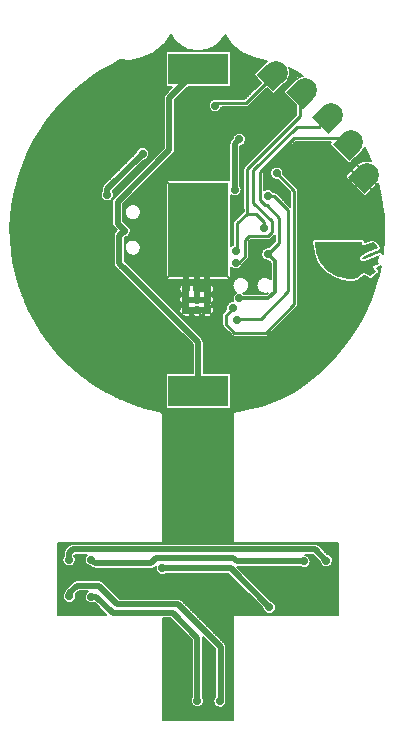
<source format=gbl>
G04 DipTrace 2.4.0.2*
%INfemale.gbl*%
%MOMM*%
%ADD13C,0.508*%
%ADD15C,0.254*%
%ADD16C,0.305*%
%ADD18C,0.152*%
%ADD25C,0.711*%
%ADD37R,5.08X2.6*%
%ADD38R,5.08X8.0*%
%ADD43C,2.0*%
%ADD45C,0.711*%
%FSLAX53Y53*%
G04*
G71*
G90*
G75*
G01*
%LNBottom*%
%LPD*%
X18931Y55163D2*
D13*
Y55660D1*
X21927Y58655D1*
X29743Y55604D2*
Y59480D1*
X30114Y59851D1*
X23597Y23537D2*
X29377D1*
X32669Y20245D1*
X32740Y65073D2*
X33182Y65515D1*
X32740Y65073D2*
D15*
Y64958D1*
X30678Y62896D1*
X28254D1*
X28073Y62715D1*
X24455Y52832D2*
D13*
X24822Y53198D1*
Y52164D1*
X26618D1*
X26498Y46288D2*
Y52044D1*
X26618Y52164D1*
X26498Y46288D2*
Y47188D1*
X27398D1*
Y46288D1*
Y45388D1*
X26498D1*
X25598D1*
Y46288D1*
Y47188D1*
X24443Y55059D2*
Y54339D1*
X26618Y52164D1*
X26053Y49298D2*
Y51599D1*
X26618Y52164D1*
X26498Y47188D2*
Y48853D1*
X26053Y49298D1*
X26498Y46288D2*
X27398D1*
Y51384D1*
X26618Y52164D1*
X25598Y46288D2*
Y51144D1*
X26618Y52164D1*
X25598Y46288D2*
X26498D1*
X24692Y35467D2*
Y35788D1*
X23035Y37444D1*
Y42092D1*
X22287Y42840D1*
X27049Y22654D2*
X23115D1*
X21830Y21369D1*
X27934Y55709D2*
Y53479D1*
X26618Y52164D1*
X40461Y56406D2*
D15*
X35894D1*
X35417Y55928D1*
X40461Y56406D2*
D13*
X40903Y56848D1*
X32226Y52309D2*
D15*
Y52865D1*
X31524Y53566D1*
X30724D1*
X29899Y52741D1*
Y50527D1*
X29805Y50433D1*
X35238Y63570D2*
Y61799D1*
X30802Y57363D1*
Y53645D1*
X30724Y53566D1*
X35238Y63570D2*
D13*
X35680Y64012D1*
X30111Y46382D2*
D16*
X32584D1*
X33126Y46923D1*
Y49551D1*
X32529Y50148D1*
X39160Y59195D2*
D15*
Y59998D1*
X34768D1*
X31890Y57120D1*
Y54709D1*
X32325Y54274D1*
X32425D1*
X33495Y53204D1*
Y51114D1*
X32529Y50148D1*
X39160Y59195D2*
D13*
X39602Y59637D1*
X29822Y49426D2*
D15*
X30064D1*
X30629Y49991D1*
Y51362D1*
X30911Y51644D1*
X32539D1*
X32884Y51989D1*
Y52909D1*
X31303Y54489D1*
Y57220D1*
X35003Y60920D1*
X36835D1*
X37400Y61485D1*
D13*
X37842Y61927D1*
X26618Y38524D2*
Y42720D1*
X20253Y49086D1*
X20201D1*
X19940Y49347D1*
Y51713D1*
X20348Y52121D1*
Y52189D1*
X19809Y52728D1*
Y54581D1*
X24195Y58968D1*
Y63381D1*
X26618Y65804D1*
X35584Y24121D2*
X29876D1*
X29618Y24380D1*
X23075D1*
X22673Y23979D1*
X17882D1*
X17593Y24267D1*
X15732Y21166D2*
Y21453D1*
X16331Y22052D1*
X18258D1*
X19796Y20513D1*
X24894D1*
X28534Y16873D1*
Y12232D1*
X28468Y12298D1*
X17593Y21129D2*
X18016D1*
X19380Y19765D1*
X24478D1*
X26571Y17673D1*
Y12334D1*
X15696Y24267D2*
Y24829D1*
X16010Y25143D1*
X36534D1*
X37482Y24194D1*
X32533Y55076D2*
D15*
X33030D1*
X34224Y53882D1*
Y46982D1*
X31912Y44670D1*
X30084D1*
X29946Y44532D1*
X29566Y45602D2*
Y45533D1*
X28980Y44946D1*
Y44221D1*
X29704Y43497D1*
X32361D1*
X34776Y45912D1*
Y55498D1*
X33278Y56997D1*
D45*
X24455Y52832D3*
X32226Y52309D3*
X32529Y50148D3*
X30111Y46382D3*
X29805Y50433D3*
X26053Y49298D3*
X21927Y58655D3*
X19866Y58800D3*
X24443Y55059D3*
X18931Y55163D3*
X20348Y52121D3*
X24692Y35467D3*
X22287Y42840D3*
X26571Y12334D3*
X28468Y12298D3*
X17593Y21129D3*
X15732Y21166D3*
X15696Y24267D3*
X17593D3*
X35584Y24121D3*
X37482Y24194D3*
X21830Y21369D3*
X32669Y20245D3*
X23597Y23537D3*
X27049Y22654D3*
X32533Y55076D3*
X33278Y56997D3*
X29743Y55604D3*
X27934Y55709D3*
X30114Y59851D3*
X29946Y44532D3*
X29566Y45602D3*
X29822Y49426D3*
X35417Y55928D3*
X28073Y62715D3*
X24181Y68466D2*
D18*
X24442D1*
X28796D2*
X29054D1*
X24070Y68317D2*
X24551D1*
X28687D2*
X29166D1*
X23958Y68168D2*
X24677D1*
X28558D2*
X29278D1*
X23848Y68019D2*
X24827D1*
X28411D2*
X29387D1*
X23734Y67870D2*
X25003D1*
X28232D2*
X29502D1*
X23553Y67721D2*
X25218D1*
X28018D2*
X29683D1*
X23372Y67572D2*
X25492D1*
X27744D2*
X29864D1*
X23191Y67423D2*
X25894D1*
X27344D2*
X30045D1*
X23010Y67274D2*
X23853D1*
X29382D2*
X30228D1*
X22772Y67125D2*
X23853D1*
X29382D2*
X30464D1*
X22460Y66976D2*
X23853D1*
X29382D2*
X30776D1*
X22148Y66827D2*
X23853D1*
X29382D2*
X31088D1*
X21717Y66677D2*
X23853D1*
X29382D2*
X31519D1*
X20048Y66528D2*
X20170D1*
X20993D2*
X23853D1*
X29382D2*
X32242D1*
X19743Y66379D2*
X23853D1*
X29382D2*
X32321D1*
X19438Y66230D2*
X23853D1*
X29382D2*
X32173D1*
X19162Y66081D2*
X23853D1*
X29382D2*
X32023D1*
X18900Y65932D2*
X23853D1*
X29382D2*
X31873D1*
X18636Y65783D2*
X23853D1*
X29382D2*
X31726D1*
X34376D2*
X34605D1*
X18390Y65634D2*
X23853D1*
X29382D2*
X31576D1*
X34402D2*
X34857D1*
X18159Y65485D2*
X23853D1*
X29382D2*
X31428D1*
X34407D2*
X35086D1*
X17928Y65336D2*
X23853D1*
X29382D2*
X31366D1*
X34392D2*
X35312D1*
X17702Y65187D2*
X23853D1*
X29382D2*
X31433D1*
X34361D2*
X35381D1*
X17497Y65038D2*
X23853D1*
X29382D2*
X31581D1*
X34309D2*
X35026D1*
X17295Y64889D2*
X23853D1*
X29382D2*
X31731D1*
X34233D2*
X34833D1*
X17090Y64740D2*
X23853D1*
X29382D2*
X31881D1*
X34126D2*
X34683D1*
X16895Y64591D2*
X23853D1*
X29382D2*
X31883D1*
X33983D2*
X34533D1*
X16716Y64441D2*
X23853D1*
X29382D2*
X31733D1*
X33833D2*
X34386D1*
X16535Y64292D2*
X24437D1*
X25777D2*
X31583D1*
X33685D2*
X34236D1*
X16354Y64143D2*
X24287D1*
X25627D2*
X31435D1*
X33535D2*
X34086D1*
X16180Y63994D2*
X24139D1*
X25479D2*
X31285D1*
X32266D2*
X32626D1*
X33387D2*
X33938D1*
X16021Y63845D2*
X23989D1*
X25329D2*
X31138D1*
X32118D2*
X32774D1*
X33237D2*
X33864D1*
X15861Y63696D2*
X23841D1*
X25182D2*
X30988D1*
X31968D2*
X33917D1*
X15702Y63547D2*
X23749D1*
X25032D2*
X30838D1*
X31818D2*
X34067D1*
X15542Y63398D2*
X23718D1*
X24882D2*
X30690D1*
X31671D2*
X34214D1*
X15399Y63249D2*
X23718D1*
X24734D2*
X27875D1*
X28270D2*
X30540D1*
X31521D2*
X34364D1*
X15257Y63100D2*
X23718D1*
X24674D2*
X27644D1*
X31373D2*
X34514D1*
X15114Y62951D2*
X23718D1*
X24674D2*
X27544D1*
X31223D2*
X34662D1*
X14971Y62802D2*
X23718D1*
X24674D2*
X27499D1*
X31073D2*
X34812D1*
X14835Y62653D2*
X23718D1*
X24674D2*
X27497D1*
X30925D2*
X34886D1*
X14709Y62504D2*
X23718D1*
X24674D2*
X27535D1*
X28611D2*
X34886D1*
X14583Y62355D2*
X23718D1*
X24674D2*
X27623D1*
X28523D2*
X34886D1*
X14456Y62205D2*
X23718D1*
X24674D2*
X27813D1*
X28332D2*
X34886D1*
X14330Y62056D2*
X23718D1*
X24674D2*
X34886D1*
X14211Y61907D2*
X23718D1*
X24674D2*
X34857D1*
X14099Y61758D2*
X23718D1*
X24674D2*
X34707D1*
X13987Y61609D2*
X23718D1*
X24674D2*
X34557D1*
X13875Y61460D2*
X23718D1*
X24674D2*
X34409D1*
X13764Y61311D2*
X23718D1*
X24674D2*
X34259D1*
X13656Y61162D2*
X23718D1*
X24674D2*
X34112D1*
X13559Y61013D2*
X23718D1*
X24674D2*
X33962D1*
X13459Y60864D2*
X23718D1*
X24674D2*
X33812D1*
X13361Y60715D2*
X23718D1*
X24674D2*
X33664D1*
X13261Y60566D2*
X23718D1*
X24674D2*
X33514D1*
X13163Y60417D2*
X23718D1*
X24674D2*
X33366D1*
X13078Y60268D2*
X23718D1*
X24674D2*
X29718D1*
X30511D2*
X33216D1*
X12990Y60119D2*
X23718D1*
X24674D2*
X29602D1*
X30628D2*
X33066D1*
X12904Y59969D2*
X23718D1*
X24674D2*
X29547D1*
X30682D2*
X32919D1*
X12818Y59820D2*
X23718D1*
X24674D2*
X29414D1*
X30694D2*
X32769D1*
X12730Y59671D2*
X23718D1*
X24674D2*
X29306D1*
X30666D2*
X32621D1*
X12651Y59522D2*
X23718D1*
X24674D2*
X29266D1*
X30589D2*
X32471D1*
X34783D2*
X37796D1*
X12575Y59373D2*
X23718D1*
X24674D2*
X29264D1*
X30430D2*
X32321D1*
X34633D2*
X37805D1*
X12501Y59224D2*
X23718D1*
X24674D2*
X29264D1*
X30220D2*
X32173D1*
X34485D2*
X37936D1*
X12425Y59075D2*
X21534D1*
X22319D2*
X23632D1*
X24674D2*
X29264D1*
X30220D2*
X32023D1*
X34335D2*
X38084D1*
X40688D2*
X40779D1*
X12349Y58926D2*
X21415D1*
X22436D2*
X23484D1*
X24672D2*
X29264D1*
X30220D2*
X31876D1*
X34188D2*
X38234D1*
X40595D2*
X40846D1*
X12275Y58777D2*
X21360D1*
X22493D2*
X23334D1*
X24632D2*
X29264D1*
X30220D2*
X31726D1*
X34037D2*
X38384D1*
X40467D2*
X40913D1*
X12209Y58628D2*
X21229D1*
X22505D2*
X23184D1*
X24524D2*
X29264D1*
X30220D2*
X31576D1*
X33887D2*
X38531D1*
X40317D2*
X40979D1*
X12144Y58479D2*
X21079D1*
X22479D2*
X23037D1*
X24377D2*
X29264D1*
X30220D2*
X31428D1*
X33740D2*
X38681D1*
X40169D2*
X41046D1*
X12080Y58330D2*
X20932D1*
X22403D2*
X22887D1*
X24227D2*
X29264D1*
X30220D2*
X31278D1*
X33590D2*
X38829D1*
X40019D2*
X41113D1*
X12016Y58181D2*
X20782D1*
X22248D2*
X22739D1*
X24079D2*
X29264D1*
X30220D2*
X31130D1*
X33442D2*
X38979D1*
X39872D2*
X41179D1*
X11951Y58032D2*
X20634D1*
X21974D2*
X22589D1*
X23929D2*
X29264D1*
X30220D2*
X30980D1*
X33292D2*
X39129D1*
X39722D2*
X40644D1*
X11887Y57883D2*
X20484D1*
X21824D2*
X22439D1*
X23779D2*
X29264D1*
X30220D2*
X30830D1*
X33142D2*
X39279D1*
X39572D2*
X40263D1*
X11832Y57733D2*
X20334D1*
X21674D2*
X22291D1*
X23631D2*
X29264D1*
X30220D2*
X30683D1*
X32994D2*
X40065D1*
X11778Y57584D2*
X20186D1*
X21526D2*
X22141D1*
X23481D2*
X29264D1*
X30220D2*
X30535D1*
X32844D2*
X39915D1*
X11725Y57435D2*
X20036D1*
X21376D2*
X21994D1*
X23334D2*
X29264D1*
X30220D2*
X30459D1*
X32697D2*
X32907D1*
X33649D2*
X39765D1*
X11670Y57286D2*
X19889D1*
X21229D2*
X21844D1*
X23184D2*
X29264D1*
X30220D2*
X30452D1*
X32547D2*
X32778D1*
X33778D2*
X39617D1*
X11616Y57137D2*
X19739D1*
X21079D2*
X21694D1*
X23034D2*
X29264D1*
X30220D2*
X30452D1*
X32397D2*
X32716D1*
X33840D2*
X39467D1*
X11561Y56988D2*
X19589D1*
X20929D2*
X21546D1*
X22886D2*
X29264D1*
X30220D2*
X30452D1*
X32249D2*
X32697D1*
X33857D2*
X39320D1*
X11518Y56839D2*
X19441D1*
X20781D2*
X21396D1*
X22736D2*
X29264D1*
X30220D2*
X30452D1*
X32242D2*
X32721D1*
X33926D2*
X39170D1*
X11473Y56690D2*
X19291D1*
X20631D2*
X21248D1*
X22588D2*
X29264D1*
X30220D2*
X30452D1*
X32242D2*
X32788D1*
X34076D2*
X39089D1*
X11428Y56541D2*
X19143D1*
X20483D2*
X21098D1*
X22438D2*
X29264D1*
X30220D2*
X30452D1*
X32242D2*
X32928D1*
X34223D2*
X39134D1*
X11385Y56392D2*
X18993D1*
X20333D2*
X20948D1*
X22288D2*
X29264D1*
X30220D2*
X30452D1*
X32242D2*
X33393D1*
X34373D2*
X39281D1*
X11339Y56243D2*
X18843D1*
X20183D2*
X20801D1*
X22141D2*
X23853D1*
X30220D2*
X30452D1*
X32242D2*
X33540D1*
X34521D2*
X39429D1*
X11294Y56094D2*
X18696D1*
X20036D2*
X20651D1*
X21991D2*
X23853D1*
X30220D2*
X30452D1*
X32242D2*
X33690D1*
X34671D2*
X39579D1*
X11258Y55945D2*
X18550D1*
X19886D2*
X20503D1*
X21843D2*
X23853D1*
X30220D2*
X30452D1*
X32242D2*
X33840D1*
X34821D2*
X39727D1*
X41724D2*
X41898D1*
X11223Y55796D2*
X18474D1*
X19738D2*
X20353D1*
X21693D2*
X23853D1*
X30289D2*
X30452D1*
X32242D2*
X33988D1*
X34969D2*
X39877D1*
X41577D2*
X41934D1*
X11189Y55647D2*
X18453D1*
X19588D2*
X20203D1*
X21543D2*
X23853D1*
X30320D2*
X30452D1*
X32242D2*
X34138D1*
X35092D2*
X40027D1*
X41427D2*
X41970D1*
X11154Y55497D2*
X18453D1*
X19438D2*
X20055D1*
X21395D2*
X23853D1*
X30313D2*
X30452D1*
X32923D2*
X34286D1*
X35128D2*
X40174D1*
X41279D2*
X42003D1*
X11118Y55348D2*
X18384D1*
X19479D2*
X19905D1*
X21245D2*
X23853D1*
X30261D2*
X30452D1*
X33242D2*
X34424D1*
X35128D2*
X40324D1*
X41129D2*
X42039D1*
X11082Y55199D2*
X18353D1*
X19509D2*
X19758D1*
X21098D2*
X23853D1*
X30151D2*
X30452D1*
X33397D2*
X34424D1*
X35128D2*
X40472D1*
X40979D2*
X42068D1*
X11056Y55050D2*
X18362D1*
X19500D2*
X19608D1*
X20948D2*
X23853D1*
X29382D2*
X29616D1*
X29868D2*
X30452D1*
X33547D2*
X34424D1*
X35128D2*
X42091D1*
X11030Y54901D2*
X18417D1*
X20798D2*
X23853D1*
X29382D2*
X30452D1*
X33695D2*
X34424D1*
X35128D2*
X42118D1*
X11004Y54752D2*
X18529D1*
X20650D2*
X23853D1*
X29382D2*
X30452D1*
X33845D2*
X34424D1*
X35128D2*
X42141D1*
X10977Y54603D2*
X18846D1*
X19017D2*
X19331D1*
X20500D2*
X23853D1*
X29382D2*
X30452D1*
X33995D2*
X34424D1*
X35128D2*
X42168D1*
X10951Y54454D2*
X19331D1*
X20352D2*
X23853D1*
X29382D2*
X30452D1*
X34142D2*
X34424D1*
X35128D2*
X42194D1*
X10925Y54305D2*
X19331D1*
X20286D2*
X20765D1*
X21419D2*
X23853D1*
X29382D2*
X30452D1*
X34292D2*
X34424D1*
X35128D2*
X42218D1*
X10904Y54156D2*
X19331D1*
X20286D2*
X20570D1*
X21615D2*
X23853D1*
X29382D2*
X30452D1*
X35128D2*
X42232D1*
X10887Y54007D2*
X19331D1*
X20286D2*
X20467D1*
X21717D2*
X23853D1*
X29382D2*
X30452D1*
X35128D2*
X42249D1*
X10870Y53858D2*
X19331D1*
X20286D2*
X20412D1*
X21772D2*
X23853D1*
X29382D2*
X30452D1*
X35128D2*
X42263D1*
X10851Y53709D2*
X19331D1*
X20286D2*
X20393D1*
X21791D2*
X23853D1*
X29382D2*
X30376D1*
X35128D2*
X42279D1*
X10835Y53560D2*
X19331D1*
X20286D2*
X20405D1*
X21779D2*
X23853D1*
X29382D2*
X30228D1*
X35128D2*
X42294D1*
X10818Y53411D2*
X19331D1*
X20286D2*
X20455D1*
X21729D2*
X23853D1*
X29382D2*
X30078D1*
X35128D2*
X42310D1*
X10804Y53261D2*
X19331D1*
X20286D2*
X20548D1*
X21636D2*
X23853D1*
X29382D2*
X29928D1*
X35128D2*
X42322D1*
X10794Y53112D2*
X19331D1*
X20286D2*
X20720D1*
X21467D2*
X23853D1*
X29382D2*
X29780D1*
X35128D2*
X42327D1*
X10787Y52963D2*
X19331D1*
X20286D2*
X23853D1*
X29382D2*
X29633D1*
X35128D2*
X42334D1*
X10777Y52814D2*
X19331D1*
X20393D2*
X23853D1*
X29382D2*
X29556D1*
X35128D2*
X42339D1*
X10770Y52665D2*
X19334D1*
X20541D2*
X23853D1*
X29382D2*
X29547D1*
X35128D2*
X42346D1*
X10761Y52516D2*
X19381D1*
X20767D2*
X23853D1*
X29382D2*
X29547D1*
X35128D2*
X42353D1*
X10754Y52367D2*
X19500D1*
X20872D2*
X23853D1*
X29382D2*
X29547D1*
X35128D2*
X42358D1*
X10756Y52218D2*
X19648D1*
X20919D2*
X23853D1*
X29382D2*
X29547D1*
X35128D2*
X42358D1*
X10758Y52069D2*
X19627D1*
X20926D2*
X23853D1*
X29382D2*
X29547D1*
X35128D2*
X42353D1*
X10761Y51920D2*
X19510D1*
X20891D2*
X23853D1*
X29382D2*
X29547D1*
X35128D2*
X42351D1*
X10766Y51771D2*
X19465D1*
X20807D2*
X23853D1*
X29382D2*
X29547D1*
X35128D2*
X42346D1*
X10768Y51622D2*
X19462D1*
X20626D2*
X23853D1*
X29382D2*
X29547D1*
X33006D2*
X33143D1*
X35128D2*
X42344D1*
X10773Y51473D2*
X19462D1*
X20419D2*
X23853D1*
X29382D2*
X29547D1*
X32859D2*
X33143D1*
X35128D2*
X42341D1*
X10780Y51324D2*
X19462D1*
X20419D2*
X20805D1*
X21379D2*
X23853D1*
X29382D2*
X29547D1*
X32656D2*
X33143D1*
X35128D2*
X36307D1*
X40686D2*
X41184D1*
X41598D2*
X42337D1*
X10792Y51175D2*
X19462D1*
X20419D2*
X20589D1*
X21595D2*
X23853D1*
X29382D2*
X29547D1*
X30980D2*
X33064D1*
X35128D2*
X36248D1*
X41774D2*
X42325D1*
X10804Y51025D2*
X19462D1*
X21707D2*
X23853D1*
X29382D2*
X29547D1*
X30980D2*
X32916D1*
X35128D2*
X36267D1*
X41941D2*
X42310D1*
X10816Y50876D2*
X19462D1*
X21767D2*
X23853D1*
X30980D2*
X32766D1*
X35128D2*
X36288D1*
X42017D2*
X42299D1*
X10830Y50727D2*
X19462D1*
X21791D2*
X23853D1*
X30980D2*
X32619D1*
X35128D2*
X36312D1*
X42091D2*
X42287D1*
X10842Y50578D2*
X19462D1*
X21781D2*
X23853D1*
X30980D2*
X32147D1*
X35128D2*
X36333D1*
X42105D2*
X42272D1*
X10854Y50429D2*
X19462D1*
X21738D2*
X23853D1*
X30980D2*
X32023D1*
X35128D2*
X36357D1*
X41996D2*
X42260D1*
X10875Y50280D2*
X19462D1*
X20419D2*
X20534D1*
X21653D2*
X23853D1*
X30980D2*
X31964D1*
X35128D2*
X36379D1*
X41641D2*
X41856D1*
X42165D2*
X42241D1*
X10896Y50131D2*
X19462D1*
X20419D2*
X20689D1*
X21495D2*
X23853D1*
X30980D2*
X31950D1*
X35128D2*
X36407D1*
X41281D2*
X41501D1*
X10920Y49982D2*
X19462D1*
X20419D2*
X23853D1*
X30980D2*
X31973D1*
X35128D2*
X36469D1*
X40969D2*
X41144D1*
X10942Y49833D2*
X19462D1*
X20419D2*
X23853D1*
X30942D2*
X32045D1*
X35128D2*
X36529D1*
X40695D2*
X40789D1*
X10963Y49684D2*
X19462D1*
X20419D2*
X23853D1*
X30813D2*
X32192D1*
X35128D2*
X36591D1*
X10985Y49535D2*
X19462D1*
X20421D2*
X23853D1*
X30663D2*
X32616D1*
X35128D2*
X36650D1*
X11011Y49386D2*
X19462D1*
X20624D2*
X23853D1*
X30516D2*
X32750D1*
X35128D2*
X36710D1*
X11044Y49237D2*
X19474D1*
X20772D2*
X23853D1*
X30370D2*
X32750D1*
X35128D2*
X36819D1*
X11075Y49088D2*
X19541D1*
X20922D2*
X23853D1*
X30289D2*
X32750D1*
X35128D2*
X36941D1*
X11106Y48939D2*
X19679D1*
X21069D2*
X23853D1*
X29382D2*
X29523D1*
X30123D2*
X32750D1*
X35128D2*
X37060D1*
X41822D2*
X42015D1*
X11137Y48789D2*
X19827D1*
X21219D2*
X23853D1*
X29382D2*
X32750D1*
X35128D2*
X37193D1*
X11170Y48640D2*
X20029D1*
X21369D2*
X23853D1*
X29382D2*
X32750D1*
X35128D2*
X37343D1*
X11201Y48491D2*
X20177D1*
X21517D2*
X23853D1*
X29382D2*
X32750D1*
X35128D2*
X37496D1*
X11242Y48342D2*
X20327D1*
X21667D2*
X23853D1*
X29382D2*
X32750D1*
X35128D2*
X37719D1*
X41715D2*
X41887D1*
X11285Y48193D2*
X20474D1*
X21815D2*
X23853D1*
X29382D2*
X30076D1*
X30397D2*
X32107D1*
X32428D2*
X32750D1*
X35128D2*
X37984D1*
X40479D2*
X40934D1*
X41534D2*
X41844D1*
X11325Y48044D2*
X20624D1*
X21965D2*
X23853D1*
X29382D2*
X29768D1*
X30706D2*
X31800D1*
X35128D2*
X38291D1*
X40331D2*
X41084D1*
X41350D2*
X41801D1*
X11366Y47895D2*
X20774D1*
X22115D2*
X29633D1*
X30839D2*
X31664D1*
X35128D2*
X38803D1*
X40138D2*
X41760D1*
X11408Y47746D2*
X20922D1*
X22262D2*
X25496D1*
X25701D2*
X26397D1*
X26601D2*
X27294D1*
X27501D2*
X29556D1*
X30916D2*
X31588D1*
X35128D2*
X41717D1*
X11449Y47597D2*
X21072D1*
X22412D2*
X25194D1*
X26003D2*
X26094D1*
X26903D2*
X26994D1*
X27803D2*
X29518D1*
X30954D2*
X31550D1*
X35128D2*
X41675D1*
X11499Y47448D2*
X21220D1*
X22560D2*
X25082D1*
X27915D2*
X29514D1*
X30959D2*
X31545D1*
X35128D2*
X41634D1*
X11549Y47299D2*
X21370D1*
X22710D2*
X25030D1*
X27968D2*
X29540D1*
X30932D2*
X31573D1*
X35128D2*
X41584D1*
X11601Y47150D2*
X21520D1*
X22860D2*
X25020D1*
X27977D2*
X29604D1*
X30868D2*
X31635D1*
X35128D2*
X41532D1*
X11651Y47001D2*
X21667D1*
X23008D2*
X25051D1*
X27946D2*
X29716D1*
X30756D2*
X31747D1*
X35128D2*
X41479D1*
X11704Y46852D2*
X21817D1*
X23158D2*
X25130D1*
X27868D2*
X29783D1*
X30542D2*
X31964D1*
X35128D2*
X41427D1*
X11756Y46703D2*
X21965D1*
X23305D2*
X25199D1*
X27796D2*
X29630D1*
X35128D2*
X41375D1*
X11813Y46553D2*
X22115D1*
X23455D2*
X25084D1*
X27913D2*
X29559D1*
X35128D2*
X41322D1*
X11875Y46404D2*
X22265D1*
X23605D2*
X25030D1*
X27965D2*
X29533D1*
X35128D2*
X41265D1*
X11937Y46255D2*
X22413D1*
X23753D2*
X25020D1*
X27977D2*
X29545D1*
X35128D2*
X41201D1*
X11999Y46106D2*
X22563D1*
X23903D2*
X25049D1*
X27949D2*
X29297D1*
X35128D2*
X41139D1*
X12061Y45957D2*
X22710D1*
X24051D2*
X25125D1*
X27870D2*
X29114D1*
X35128D2*
X41075D1*
X12123Y45808D2*
X22860D1*
X24201D2*
X25206D1*
X27791D2*
X29025D1*
X35111D2*
X41010D1*
X12192Y45659D2*
X23010D1*
X24351D2*
X25087D1*
X27908D2*
X28990D1*
X35014D2*
X40948D1*
X12263Y45510D2*
X23158D1*
X24498D2*
X25032D1*
X27965D2*
X28994D1*
X34864D2*
X40882D1*
X12337Y45361D2*
X23308D1*
X24648D2*
X25020D1*
X27977D2*
X28904D1*
X34716D2*
X40808D1*
X12411Y45212D2*
X23456D1*
X24796D2*
X25046D1*
X27951D2*
X28754D1*
X34566D2*
X40732D1*
X12485Y45063D2*
X23606D1*
X24946D2*
X25123D1*
X27875D2*
X28649D1*
X34416D2*
X40658D1*
X12559Y44914D2*
X23756D1*
X25096D2*
X25277D1*
X25920D2*
X26177D1*
X26820D2*
X27078D1*
X27720D2*
X28628D1*
X34268D2*
X40584D1*
X12640Y44765D2*
X23903D1*
X25244D2*
X28628D1*
X34118D2*
X40508D1*
X12723Y44616D2*
X24053D1*
X25394D2*
X28628D1*
X33971D2*
X40429D1*
X12809Y44467D2*
X24201D1*
X25541D2*
X28628D1*
X33821D2*
X40344D1*
X12894Y44317D2*
X24351D1*
X25691D2*
X28628D1*
X33671D2*
X40255D1*
X12980Y44168D2*
X24501D1*
X25841D2*
X28633D1*
X33523D2*
X40170D1*
X13063Y44019D2*
X24649D1*
X25989D2*
X28697D1*
X33373D2*
X40082D1*
X13161Y43870D2*
X24799D1*
X26139D2*
X28840D1*
X33225D2*
X39996D1*
X13259Y43721D2*
X24946D1*
X26287D2*
X28990D1*
X33075D2*
X39903D1*
X13356Y43572D2*
X25096D1*
X26437D2*
X29140D1*
X32925D2*
X39803D1*
X13456Y43423D2*
X25246D1*
X26587D2*
X29287D1*
X32778D2*
X39703D1*
X13554Y43274D2*
X25394D1*
X26734D2*
X29437D1*
X32628D2*
X39603D1*
X13659Y43125D2*
X25544D1*
X26884D2*
X39503D1*
X13771Y42976D2*
X25692D1*
X27020D2*
X39403D1*
X13883Y42827D2*
X25842D1*
X27084D2*
X39289D1*
X13992Y42678D2*
X25992D1*
X27096D2*
X39174D1*
X14106Y42529D2*
X26139D1*
X27096D2*
X39060D1*
X14221Y42380D2*
X26139D1*
X27096D2*
X38946D1*
X14347Y42231D2*
X26139D1*
X27096D2*
X38831D1*
X14476Y42081D2*
X26139D1*
X27096D2*
X38708D1*
X14602Y41932D2*
X26139D1*
X27096D2*
X38579D1*
X14728Y41783D2*
X26139D1*
X27096D2*
X38448D1*
X14861Y41634D2*
X26139D1*
X27096D2*
X38319D1*
X15004Y41485D2*
X26139D1*
X27096D2*
X38188D1*
X15147Y41336D2*
X26139D1*
X27096D2*
X38058D1*
X15292Y41187D2*
X26139D1*
X27096D2*
X37922D1*
X15435Y41038D2*
X26139D1*
X27096D2*
X37788D1*
X15590Y40889D2*
X26139D1*
X27096D2*
X37653D1*
X15754Y40740D2*
X26139D1*
X27096D2*
X37519D1*
X15916Y40591D2*
X26139D1*
X27096D2*
X37369D1*
X16078Y40442D2*
X26139D1*
X27096D2*
X37215D1*
X16245Y40293D2*
X26139D1*
X27096D2*
X37060D1*
X16431Y40144D2*
X26139D1*
X27096D2*
X36903D1*
X16614Y39995D2*
X23853D1*
X29382D2*
X36738D1*
X16800Y39845D2*
X23853D1*
X29382D2*
X36560D1*
X16985Y39696D2*
X23853D1*
X29382D2*
X36381D1*
X17195Y39547D2*
X23853D1*
X29382D2*
X36203D1*
X17404Y39398D2*
X23853D1*
X29382D2*
X36012D1*
X17614Y39249D2*
X23853D1*
X29382D2*
X35805D1*
X17835Y39100D2*
X23853D1*
X29382D2*
X35598D1*
X18074Y38951D2*
X23853D1*
X29382D2*
X35388D1*
X18314Y38802D2*
X23853D1*
X29382D2*
X35155D1*
X18555Y38653D2*
X23853D1*
X29382D2*
X34914D1*
X18826Y38504D2*
X23853D1*
X29382D2*
X34671D1*
X19105Y38355D2*
X23853D1*
X29382D2*
X34409D1*
X19381Y38206D2*
X23853D1*
X29382D2*
X34121D1*
X19693Y38057D2*
X23853D1*
X29382D2*
X33836D1*
X20017Y37908D2*
X23853D1*
X29382D2*
X33516D1*
X20343Y37759D2*
X23853D1*
X29382D2*
X33171D1*
X20729Y37609D2*
X23853D1*
X29382D2*
X32821D1*
X21112Y37460D2*
X23853D1*
X29382D2*
X32395D1*
X21555Y37311D2*
X23853D1*
X29382D2*
X31969D1*
X22024Y37162D2*
X23853D1*
X29382D2*
X31421D1*
X22581Y37013D2*
X30797D1*
X23177Y36864D2*
X30042D1*
X23677Y36715D2*
X29549D1*
X23686Y36566D2*
X29549D1*
X23686Y36417D2*
X29549D1*
X23686Y36268D2*
X29549D1*
X23686Y36119D2*
X29549D1*
X23686Y35970D2*
X29549D1*
X23686Y35821D2*
X29549D1*
X23686Y35672D2*
X29549D1*
X23686Y35523D2*
X29549D1*
X23686Y35373D2*
X29549D1*
X23686Y35224D2*
X29549D1*
X23686Y35075D2*
X29549D1*
X23686Y34926D2*
X29549D1*
X23686Y34777D2*
X29549D1*
X23686Y34628D2*
X29549D1*
X23686Y34479D2*
X29549D1*
X23686Y34330D2*
X29549D1*
X23686Y34181D2*
X29549D1*
X23686Y34032D2*
X29549D1*
X23686Y33883D2*
X29549D1*
X23686Y33734D2*
X29549D1*
X23686Y33585D2*
X29549D1*
X23686Y33436D2*
X29549D1*
X23686Y33287D2*
X29549D1*
X23686Y33137D2*
X29549D1*
X23686Y32988D2*
X29549D1*
X23686Y32839D2*
X29549D1*
X23686Y32690D2*
X29549D1*
X23686Y32541D2*
X29549D1*
X23686Y32392D2*
X29549D1*
X23686Y32243D2*
X29549D1*
X23686Y32094D2*
X29549D1*
X23686Y31945D2*
X29549D1*
X23686Y31796D2*
X29549D1*
X23686Y31647D2*
X29549D1*
X23686Y31498D2*
X29549D1*
X23686Y31349D2*
X29549D1*
X23686Y31200D2*
X29549D1*
X23686Y31051D2*
X29549D1*
X23686Y30901D2*
X29549D1*
X23686Y30752D2*
X29549D1*
X23686Y30603D2*
X29549D1*
X23686Y30454D2*
X29549D1*
X23686Y30305D2*
X29549D1*
X23686Y30156D2*
X29549D1*
X23686Y30007D2*
X29549D1*
X23686Y29858D2*
X29549D1*
X23686Y29709D2*
X29549D1*
X23686Y29560D2*
X29549D1*
X23686Y29411D2*
X29549D1*
X23686Y29262D2*
X29549D1*
X23686Y29113D2*
X29549D1*
X23686Y28964D2*
X29549D1*
X23686Y28815D2*
X29549D1*
X23686Y28665D2*
X29549D1*
X23686Y28516D2*
X29549D1*
X23686Y28367D2*
X29549D1*
X23686Y28218D2*
X29549D1*
X23686Y28069D2*
X29549D1*
X23686Y27920D2*
X29549D1*
X23686Y27771D2*
X29549D1*
X23686Y27622D2*
X29549D1*
X23686Y27473D2*
X29549D1*
X23686Y27324D2*
X29549D1*
X23686Y27175D2*
X29549D1*
X23686Y27026D2*
X29549D1*
X23686Y26877D2*
X29549D1*
X23686Y26728D2*
X29549D1*
X23686Y26579D2*
X29549D1*
X23686Y26429D2*
X29549D1*
X23686Y26280D2*
X29549D1*
X23686Y26131D2*
X29549D1*
X23686Y25982D2*
X29549D1*
X23686Y25833D2*
X29549D1*
X23674Y25684D2*
X29549D1*
X14797Y25535D2*
X15748D1*
X36795D2*
X38439D1*
X14797Y25386D2*
X15583D1*
X36959D2*
X38439D1*
X14797Y25237D2*
X15433D1*
X37109D2*
X38439D1*
X14797Y25088D2*
X15298D1*
X37259D2*
X38439D1*
X14797Y24939D2*
X15231D1*
X37407D2*
X38439D1*
X14797Y24790D2*
X15217D1*
X37557D2*
X38439D1*
X14797Y24641D2*
X15217D1*
X16178D2*
X17155D1*
X35821D2*
X36367D1*
X37843D2*
X38439D1*
X14797Y24492D2*
X15162D1*
X16228D2*
X17060D1*
X36026D2*
X36514D1*
X37978D2*
X38439D1*
X14797Y24343D2*
X15121D1*
X16271D2*
X17019D1*
X36119D2*
X36664D1*
X38043D2*
X38439D1*
X14797Y24193D2*
X15121D1*
X16271D2*
X17019D1*
X36159D2*
X36812D1*
X38062D2*
X38439D1*
X14797Y24044D2*
X15162D1*
X16230D2*
X17060D1*
X36159D2*
X36922D1*
X38040D2*
X38439D1*
X14797Y23895D2*
X15257D1*
X16135D2*
X17153D1*
X36116D2*
X36988D1*
X37976D2*
X38439D1*
X14797Y23746D2*
X15464D1*
X15928D2*
X17362D1*
X36021D2*
X37124D1*
X37840D2*
X38439D1*
X14797Y23597D2*
X17605D1*
X29987D2*
X35360D1*
X35809D2*
X38439D1*
X14797Y23448D2*
X23025D1*
X30137D2*
X38439D1*
X14797Y23299D2*
X23070D1*
X30285D2*
X38439D1*
X14797Y23150D2*
X23170D1*
X30435D2*
X38439D1*
X14797Y23001D2*
X23403D1*
X23789D2*
X29242D1*
X30582D2*
X38439D1*
X14797Y22852D2*
X29392D1*
X30732D2*
X38439D1*
X14797Y22703D2*
X29542D1*
X30882D2*
X38439D1*
X14797Y22554D2*
X29690D1*
X31030D2*
X38439D1*
X14797Y22405D2*
X16017D1*
X18574D2*
X29840D1*
X31180D2*
X38439D1*
X14797Y22256D2*
X15864D1*
X18724D2*
X29987D1*
X31328D2*
X38439D1*
X14797Y22107D2*
X15717D1*
X18874D2*
X30137D1*
X31478D2*
X38439D1*
X14797Y21957D2*
X15567D1*
X19021D2*
X30287D1*
X31628D2*
X38439D1*
X14797Y21808D2*
X15417D1*
X19171D2*
X30435D1*
X31775D2*
X38439D1*
X14797Y21659D2*
X15302D1*
X19319D2*
X30585D1*
X31925D2*
X38439D1*
X14797Y21510D2*
X15257D1*
X16459D2*
X17162D1*
X19469D2*
X30733D1*
X32073D2*
X38439D1*
X14797Y21361D2*
X15188D1*
X16309D2*
X17064D1*
X19619D2*
X30883D1*
X32223D2*
X38439D1*
X14797Y21212D2*
X15155D1*
X16309D2*
X17019D1*
X19767D2*
X31033D1*
X32373D2*
X38439D1*
X14797Y21063D2*
X15162D1*
X16302D2*
X17017D1*
X19917D2*
X31180D1*
X32521D2*
X38439D1*
X14797Y20914D2*
X15212D1*
X16252D2*
X17057D1*
X25141D2*
X31330D1*
X32671D2*
X38439D1*
X14797Y20765D2*
X15319D1*
X16145D2*
X17148D1*
X25313D2*
X31478D1*
X32904D2*
X38439D1*
X14797Y20616D2*
X15588D1*
X15876D2*
X17343D1*
X25463D2*
X31628D1*
X33109D2*
X38439D1*
X14797Y20467D2*
X18007D1*
X25610D2*
X31778D1*
X33204D2*
X38439D1*
X14797Y20318D2*
X18157D1*
X25760D2*
X31926D1*
X33245D2*
X38439D1*
X14797Y20169D2*
X18307D1*
X25908D2*
X32076D1*
X33242D2*
X38439D1*
X14797Y20020D2*
X18455D1*
X26058D2*
X32135D1*
X33202D2*
X38439D1*
X14797Y19871D2*
X18605D1*
X26208D2*
X32231D1*
X33106D2*
X38439D1*
X14797Y19721D2*
X18753D1*
X26356D2*
X32443D1*
X32894D2*
X38439D1*
X26506Y19572D2*
X29549D1*
X26653Y19423D2*
X29549D1*
X23686Y19274D2*
X24299D1*
X26803D2*
X29549D1*
X23686Y19125D2*
X24449D1*
X26953D2*
X29549D1*
X23686Y18976D2*
X24596D1*
X27101D2*
X29549D1*
X23686Y18827D2*
X24746D1*
X27251D2*
X29549D1*
X23686Y18678D2*
X24896D1*
X27399D2*
X29549D1*
X23686Y18529D2*
X25044D1*
X27549D2*
X29549D1*
X23686Y18380D2*
X25194D1*
X27699D2*
X29549D1*
X23686Y18231D2*
X25342D1*
X27846D2*
X29549D1*
X23686Y18082D2*
X25492D1*
X27996D2*
X29549D1*
X23686Y17933D2*
X25642D1*
X28144D2*
X29549D1*
X23686Y17784D2*
X25789D1*
X28294D2*
X29549D1*
X23686Y17635D2*
X25939D1*
X28444D2*
X29549D1*
X23686Y17485D2*
X26087D1*
X27049D2*
X27251D1*
X28592D2*
X29549D1*
X23686Y17336D2*
X26092D1*
X27049D2*
X27401D1*
X28742D2*
X29549D1*
X23686Y17187D2*
X26092D1*
X27049D2*
X27549D1*
X28889D2*
X29549D1*
X23686Y17038D2*
X26092D1*
X27049D2*
X27699D1*
X28982D2*
X29549D1*
X23686Y16889D2*
X26092D1*
X27049D2*
X27849D1*
X29013D2*
X29549D1*
X23686Y16740D2*
X26092D1*
X27049D2*
X27997D1*
X29013D2*
X29549D1*
X23686Y16591D2*
X26092D1*
X27049D2*
X28056D1*
X29013D2*
X29549D1*
X23686Y16442D2*
X26092D1*
X27049D2*
X28056D1*
X29013D2*
X29549D1*
X23686Y16293D2*
X26092D1*
X27049D2*
X28056D1*
X29013D2*
X29549D1*
X23686Y16144D2*
X26092D1*
X27049D2*
X28056D1*
X29013D2*
X29549D1*
X23686Y15995D2*
X26092D1*
X27049D2*
X28056D1*
X29013D2*
X29549D1*
X23686Y15846D2*
X26092D1*
X27049D2*
X28056D1*
X29013D2*
X29549D1*
X23686Y15697D2*
X26092D1*
X27049D2*
X28056D1*
X29013D2*
X29549D1*
X23686Y15548D2*
X26092D1*
X27049D2*
X28056D1*
X29013D2*
X29549D1*
X23686Y15399D2*
X26092D1*
X27049D2*
X28056D1*
X29013D2*
X29549D1*
X23686Y15249D2*
X26092D1*
X27049D2*
X28056D1*
X29013D2*
X29549D1*
X23686Y15100D2*
X26092D1*
X27049D2*
X28056D1*
X29013D2*
X29549D1*
X23686Y14951D2*
X26092D1*
X27049D2*
X28056D1*
X29013D2*
X29549D1*
X23686Y14802D2*
X26092D1*
X27049D2*
X28056D1*
X29013D2*
X29549D1*
X23686Y14653D2*
X26092D1*
X27049D2*
X28056D1*
X29013D2*
X29549D1*
X23686Y14504D2*
X26092D1*
X27049D2*
X28056D1*
X29013D2*
X29549D1*
X23686Y14355D2*
X26092D1*
X27049D2*
X28056D1*
X29013D2*
X29549D1*
X23686Y14206D2*
X26092D1*
X27049D2*
X28056D1*
X29013D2*
X29549D1*
X23686Y14057D2*
X26092D1*
X27049D2*
X28056D1*
X29013D2*
X29549D1*
X23686Y13908D2*
X26092D1*
X27049D2*
X28056D1*
X29013D2*
X29549D1*
X23686Y13759D2*
X26092D1*
X27049D2*
X28056D1*
X29013D2*
X29549D1*
X23686Y13610D2*
X26092D1*
X27049D2*
X28056D1*
X29013D2*
X29549D1*
X23686Y13461D2*
X26092D1*
X27049D2*
X28056D1*
X29013D2*
X29549D1*
X23686Y13312D2*
X26092D1*
X27049D2*
X28056D1*
X29013D2*
X29549D1*
X23686Y13163D2*
X26092D1*
X27049D2*
X28056D1*
X29013D2*
X29549D1*
X23686Y13013D2*
X26092D1*
X27049D2*
X28056D1*
X29013D2*
X29549D1*
X23686Y12864D2*
X26092D1*
X27049D2*
X28056D1*
X29013D2*
X29549D1*
X23686Y12715D2*
X26092D1*
X27049D2*
X28056D1*
X29013D2*
X29549D1*
X23686Y12566D2*
X26042D1*
X27101D2*
X27956D1*
X29013D2*
X29549D1*
X23686Y12417D2*
X25996D1*
X27144D2*
X27901D1*
X29034D2*
X29549D1*
X23686Y12268D2*
X25994D1*
X27146D2*
X27890D1*
X29046D2*
X29549D1*
X23686Y12119D2*
X26035D1*
X27108D2*
X27918D1*
X29020D2*
X29549D1*
X23686Y11970D2*
X26125D1*
X27018D2*
X27994D1*
X28944D2*
X29549D1*
X23686Y11821D2*
X26320D1*
X26820D2*
X28152D1*
X28787D2*
X29549D1*
X23686Y11672D2*
X29549D1*
X23686Y11523D2*
X29549D1*
X23686Y11374D2*
X29549D1*
X23686Y11225D2*
X29549D1*
X23686Y11076D2*
X29549D1*
X23686Y10927D2*
X29549D1*
X23686Y10777D2*
X29549D1*
X27963Y47173D2*
X27953Y47082D1*
X27929Y46994D1*
X27891Y46911D1*
X27840Y46836D1*
X27777Y46769D1*
X27740Y46738D1*
X27811Y46674D1*
X27868Y46603D1*
X27912Y46523D1*
X27943Y46437D1*
X27960Y46348D1*
X27963Y46258D1*
X27950Y46167D1*
X27924Y46080D1*
X27883Y45998D1*
X27830Y45924D1*
X27766Y45859D1*
X27740Y45838D1*
X27811Y45774D1*
X27868Y45703D1*
X27912Y45623D1*
X27943Y45537D1*
X27960Y45448D1*
X27963Y45358D1*
X27950Y45267D1*
X27924Y45180D1*
X27883Y45098D1*
X27830Y45024D1*
X27766Y44959D1*
X27692Y44905D1*
X27610Y44864D1*
X27523Y44837D1*
X27432Y44824D1*
X27341Y44826D1*
X27251Y44843D1*
X27165Y44874D1*
X27085Y44918D1*
X27014Y44975D1*
X26948Y45047D1*
X26888Y44979D1*
X26817Y44922D1*
X26738Y44877D1*
X26652Y44845D1*
X26563Y44827D1*
X26471Y44824D1*
X26381Y44836D1*
X26293Y44862D1*
X26211Y44902D1*
X26137Y44955D1*
X26071Y45019D1*
X26048Y45047D1*
X25988Y44979D1*
X25917Y44922D1*
X25838Y44877D1*
X25752Y44845D1*
X25663Y44827D1*
X25571Y44824D1*
X25481Y44836D1*
X25393Y44862D1*
X25311Y44902D1*
X25237Y44955D1*
X25171Y45019D1*
X25117Y45092D1*
X25076Y45174D1*
X25048Y45261D1*
X25035Y45351D1*
X25036Y45442D1*
X25052Y45532D1*
X25083Y45618D1*
X25126Y45699D1*
X25183Y45771D1*
X25250Y45833D1*
X25258Y45839D1*
X25203Y45885D1*
X25143Y45954D1*
X25095Y46032D1*
X25060Y46117D1*
X25040Y46206D1*
X25034Y46297D1*
X25042Y46388D1*
X25066Y46476D1*
X25103Y46559D1*
X25153Y46636D1*
X25215Y46703D1*
X25258Y46739D1*
X25203Y46785D1*
X25143Y46854D1*
X25095Y46932D1*
X25060Y47017D1*
X25040Y47106D1*
X25034Y47197D1*
X25042Y47288D1*
X25066Y47376D1*
X25103Y47459D1*
X25153Y47536D1*
X25215Y47603D1*
X25287Y47659D1*
X25367Y47703D1*
X25453Y47734D1*
X25543Y47750D1*
X25634Y47752D1*
X25724Y47739D1*
X25811Y47712D1*
X25893Y47670D1*
X25967Y47617D1*
X26031Y47552D1*
X26049Y47530D1*
X26104Y47592D1*
X26174Y47651D1*
X26253Y47697D1*
X26338Y47730D1*
X26427Y47749D1*
X26519Y47753D1*
X26609Y47742D1*
X26697Y47717D1*
X26780Y47678D1*
X26855Y47626D1*
X26921Y47563D1*
X26949Y47530D1*
X27004Y47592D1*
X27074Y47651D1*
X27153Y47697D1*
X27238Y47730D1*
X27327Y47749D1*
X27419Y47753D1*
X27509Y47742D1*
X27597Y47717D1*
X27680Y47678D1*
X27755Y47626D1*
X27821Y47563D1*
X27876Y47490D1*
X27918Y47409D1*
X27947Y47323D1*
X27962Y47232D1*
X27963Y47173D1*
X32531Y46840D2*
X32466Y46817D1*
X32392Y46800D1*
X32316Y46791D1*
X32240Y46790D1*
X32164Y46797D1*
X32090Y46812D1*
X32017Y46835D1*
X31947Y46866D1*
X31881Y46904D1*
X31820Y46949D1*
X31764Y47000D1*
X31713Y47057D1*
X31669Y47119D1*
X31632Y47186D1*
X31602Y47256D1*
X31579Y47328D1*
X31565Y47403D1*
X31559Y47479D1*
X31561Y47555D1*
X31571Y47631D1*
X31589Y47705D1*
X31615Y47776D1*
X31649Y47845D1*
X31689Y47909D1*
X31737Y47969D1*
X31790Y48023D1*
X31849Y48071D1*
X31913Y48113D1*
X31981Y48148D1*
X32052Y48175D1*
X32125Y48194D1*
X32201Y48205D1*
X32277Y48208D1*
X32353Y48203D1*
X32428Y48190D1*
X32501Y48169D1*
X32572Y48140D1*
X32639Y48104D1*
X32701Y48061D1*
X32764Y48006D1*
X32763Y49403D1*
X32578Y49585D1*
X32502Y49584D1*
X32426Y49592D1*
X32352Y49611D1*
X32282Y49640D1*
X32216Y49678D1*
X32155Y49724D1*
X32102Y49778D1*
X32056Y49839D1*
X32019Y49905D1*
X31991Y49976D1*
X31972Y50050D1*
X31964Y50126D1*
X31967Y50202D1*
X31979Y50277D1*
X32001Y50350D1*
X32033Y50419D1*
X32074Y50483D1*
X32123Y50541D1*
X32180Y50592D1*
X32243Y50635D1*
X32311Y50669D1*
X32383Y50694D1*
X32458Y50708D1*
X32534Y50713D1*
X32614Y50709D1*
X33158Y51253D1*
Y51797D1*
X33122Y51751D1*
X32777Y51406D1*
X32718Y51359D1*
X32649Y51326D1*
X32572Y51310D1*
X32539Y51308D1*
X31051D1*
X30966Y51223D1*
X30965Y49991D1*
X30957Y49915D1*
X30931Y49843D1*
X30889Y49778D1*
X30867Y49753D1*
X30357Y49243D1*
X30307Y49136D1*
X30264Y49073D1*
X30212Y49017D1*
X30154Y48968D1*
X30089Y48928D1*
X30020Y48897D1*
X29947Y48875D1*
X29872Y48863D1*
X29795Y48862D1*
X29720Y48870D1*
X29646Y48889D1*
X29575Y48918D1*
X29509Y48956D1*
X29449Y49002D1*
X29395Y49056D1*
X29368Y49089D1*
Y47955D1*
X23869D1*
Y56373D1*
X29280D1*
X29279Y59480D1*
X29286Y59555D1*
X29304Y59629D1*
X29335Y59699D1*
X29376Y59763D1*
X29415Y59807D1*
X29558Y59950D1*
X29587Y60053D1*
X29619Y60122D1*
X29659Y60186D1*
X29709Y60244D1*
X29765Y60295D1*
X29828Y60338D1*
X29896Y60372D1*
X29968Y60397D1*
X30043Y60411D1*
X30119Y60416D1*
X30195Y60410D1*
X30270Y60394D1*
X30341Y60368D1*
X30409Y60333D1*
X30471Y60289D1*
X30526Y60237D1*
X30575Y60178D1*
X30614Y60113D1*
X30645Y60044D1*
X30666Y59970D1*
X30679Y59851D1*
X30674Y59775D1*
X30659Y59700D1*
X30633Y59629D1*
X30599Y59561D1*
X30555Y59498D1*
X30504Y59442D1*
X30445Y59393D1*
X30381Y59353D1*
X30311Y59322D1*
X30213Y59296D1*
X30206Y59251D1*
Y55924D1*
X30243Y55866D1*
X30274Y55796D1*
X30295Y55723D1*
X30308Y55604D1*
X30303Y55528D1*
X30287Y55453D1*
X30262Y55381D1*
X30227Y55314D1*
X30184Y55251D1*
X30133Y55195D1*
X30074Y55146D1*
X30009Y55106D1*
X29940Y55075D1*
X29867Y55053D1*
X29792Y55041D1*
X29716Y55040D1*
X29640Y55048D1*
X29566Y55067D1*
X29496Y55096D1*
X29430Y55134D1*
X29368Y55182D1*
Y50790D1*
X29456Y50877D1*
X29519Y50920D1*
X29564Y50943D1*
X29563Y52741D1*
X29571Y52817D1*
X29597Y52889D1*
X29639Y52955D1*
X29661Y52979D1*
X30468Y53786D1*
X30466Y54102D1*
Y57363D1*
X30475Y57439D1*
X30500Y57510D1*
X30542Y57576D1*
X30564Y57601D1*
X34904Y61940D1*
X34902Y62180D1*
Y62725D1*
X33941Y63687D1*
X33898Y63749D1*
X33880Y63823D1*
X33889Y63898D1*
X33927Y63966D1*
X34426Y64468D1*
X34862Y64902D1*
X34981Y64998D1*
X35110Y65078D1*
X35249Y65141D1*
X35394Y65187D1*
X35518Y65209D1*
X34812Y65675D1*
X34353Y65935D1*
X34306Y65962D1*
X34339Y65869D1*
X34374Y65721D1*
X34390Y65570D1*
X34389Y65439D1*
X34370Y65288D1*
X34332Y65140D1*
X34276Y64999D1*
X34202Y64865D1*
X34113Y64742D1*
X33984Y64606D1*
X33154Y63776D1*
X33091Y63733D1*
X33018Y63715D1*
X32942Y63725D1*
X32874Y63762D1*
X32445Y64189D1*
X30915Y62658D1*
X30856Y62611D1*
X30787Y62578D1*
X30711Y62561D1*
X30678Y62559D1*
X28618D1*
X28592Y62492D1*
X28558Y62425D1*
X28514Y62362D1*
X28463Y62306D1*
X28404Y62257D1*
X28340Y62217D1*
X28270Y62185D1*
X28197Y62164D1*
X28122Y62152D1*
X28046Y62151D1*
X27970Y62159D1*
X27896Y62178D1*
X27826Y62207D1*
X27760Y62245D1*
X27699Y62291D1*
X27646Y62345D1*
X27600Y62406D1*
X27563Y62472D1*
X27535Y62543D1*
X27517Y62617D1*
X27508Y62693D1*
X27511Y62769D1*
X27523Y62844D1*
X27545Y62917D1*
X27577Y62986D1*
X27618Y63050D1*
X27668Y63108D1*
X27724Y63159D1*
X27787Y63202D1*
X27855Y63236D1*
X27927Y63261D1*
X28002Y63275D1*
X28078Y63280D1*
X28154Y63274D1*
X28228Y63258D1*
X28302Y63231D1*
X30537Y63232D1*
X31970Y64664D1*
X31443Y65190D1*
X31400Y65253D1*
X31382Y65326D1*
X31392Y65402D1*
X31429Y65470D1*
X31928Y65971D1*
X32365Y66406D1*
X32489Y66506D1*
X32377Y66504D1*
X31317Y66724D1*
X30341Y67193D1*
X29506Y67882D1*
X28912Y68678D1*
X28807Y68505D1*
X28673Y68319D1*
X28523Y68146D1*
X28360Y67987D1*
X28182Y67843D1*
X27993Y67714D1*
X27794Y67603D1*
X27585Y67510D1*
X27369Y67435D1*
X27148Y67379D1*
X26922Y67342D1*
X26694Y67326D1*
X26466Y67329D1*
X26238Y67352D1*
X26014Y67395D1*
X25794Y67457D1*
X25580Y67539D1*
X25375Y67638D1*
X25179Y67755D1*
X24993Y67889D1*
X24820Y68039D1*
X24661Y68203D1*
X24517Y68380D1*
X24389Y68569D1*
X24325Y68678D1*
X23731Y67882D1*
X23659Y67820D1*
X22880Y67183D1*
X21902Y66718D1*
X20841Y66502D1*
X20044Y66534D1*
X19341Y66190D1*
X18514Y65723D1*
X17716Y65208D1*
X16950Y64647D1*
X16218Y64042D1*
X15523Y63395D1*
X14868Y62708D1*
X14253Y61984D1*
X13683Y61225D1*
X13159Y60433D1*
X12682Y59612D1*
X12254Y58765D1*
X11876Y57893D1*
X11551Y57001D1*
X11279Y56092D1*
X11061Y55168D1*
X10897Y54232D1*
X10789Y53289D1*
X10737Y52348D1*
X10759Y51380D1*
X10841Y50410D1*
X10983Y49447D1*
X11185Y48495D1*
X11445Y47557D1*
X11763Y46636D1*
X12138Y45738D1*
X12567Y44864D1*
X13050Y44019D1*
X13584Y43205D1*
X14167Y42425D1*
X14798Y41684D1*
X15473Y40983D1*
X16191Y40325D1*
X16948Y39713D1*
X17742Y39149D1*
X18569Y38635D1*
X19426Y38173D1*
X20310Y37766D1*
X21218Y37414D1*
X22145Y37119D1*
X23614Y36751D1*
X23667Y36699D1*
X23671Y36677D1*
Y25723D1*
X23634Y25659D1*
X23595Y25647D1*
X14781D1*
Y19626D1*
X18865D1*
X17859Y20631D1*
X17791Y20600D1*
X17718Y20578D1*
X17643Y20566D1*
X17566Y20565D1*
X17491Y20574D1*
X17417Y20592D1*
X17346Y20621D1*
X17280Y20659D1*
X17220Y20705D1*
X17166Y20759D1*
X17121Y20820D1*
X17083Y20886D1*
X17055Y20957D1*
X17037Y21031D1*
X17029Y21107D1*
X17031Y21183D1*
X17044Y21258D1*
X17066Y21331D1*
X17098Y21400D1*
X17139Y21464D1*
X17188Y21522D1*
X17266Y21588D1*
X16522D1*
X16269Y21335D1*
X16284Y21285D1*
X16297Y21166D1*
X16292Y21090D1*
X16277Y21015D1*
X16252Y20943D1*
X16217Y20875D1*
X16174Y20813D1*
X16122Y20757D1*
X16064Y20708D1*
X15999Y20668D1*
X15930Y20636D1*
X15857Y20614D1*
X15781Y20603D1*
X15705Y20601D1*
X15630Y20610D1*
X15556Y20629D1*
X15485Y20657D1*
X15419Y20695D1*
X15359Y20742D1*
X15305Y20796D1*
X15259Y20857D1*
X15222Y20923D1*
X15194Y20994D1*
X15176Y21068D1*
X15168Y21143D1*
X15170Y21220D1*
X15182Y21295D1*
X15205Y21367D1*
X15237Y21437D1*
X15271Y21491D1*
X15287Y21579D1*
X15313Y21651D1*
X15351Y21717D1*
X15405Y21781D1*
X16003Y22379D1*
X16061Y22429D1*
X16127Y22468D1*
X16197Y22495D1*
X16272Y22511D1*
X16331Y22515D1*
X18258D1*
X18333Y22509D1*
X18407Y22490D1*
X18477Y22460D1*
X18541Y22418D1*
X18585Y22379D1*
X19988Y20977D1*
X24894D1*
X24970Y20970D1*
X25044Y20952D1*
X25114Y20921D1*
X25177Y20880D1*
X25222Y20841D1*
X28862Y17201D1*
X28911Y17143D1*
X28950Y17078D1*
X28978Y17007D1*
X28994Y16932D1*
X28997Y16873D1*
X28999Y12490D1*
X29020Y12417D1*
X29033Y12298D1*
X29028Y12222D1*
X29013Y12147D1*
X28988Y12075D1*
X28953Y12008D1*
X28910Y11945D1*
X28858Y11889D1*
X28800Y11840D1*
X28735Y11800D1*
X28666Y11768D1*
X28593Y11747D1*
X28517Y11735D1*
X28441Y11734D1*
X28366Y11742D1*
X28292Y11761D1*
X28221Y11790D1*
X28155Y11828D1*
X28095Y11874D1*
X28041Y11928D1*
X27995Y11989D1*
X27958Y12055D1*
X27930Y12126D1*
X27912Y12200D1*
X27904Y12276D1*
X27906Y12352D1*
X27918Y12427D1*
X27941Y12500D1*
X27973Y12569D1*
X28014Y12633D1*
X28072Y12699D1*
X28071Y16683D1*
X27029Y17723D1*
X27034Y17596D1*
Y12655D1*
X27071Y12597D1*
X27102Y12527D1*
X27123Y12454D1*
X27136Y12334D1*
X27130Y12258D1*
X27115Y12184D1*
X27090Y12112D1*
X27055Y12044D1*
X27012Y11982D1*
X26960Y11925D1*
X26902Y11877D1*
X26837Y11836D1*
X26768Y11805D1*
X26695Y11783D1*
X26620Y11772D1*
X26544Y11770D1*
X26468Y11779D1*
X26394Y11798D1*
X26324Y11826D1*
X26258Y11864D1*
X26197Y11910D1*
X26144Y11965D1*
X26098Y12025D1*
X26060Y12092D1*
X26033Y12163D1*
X26014Y12237D1*
X26006Y12312D1*
X26008Y12388D1*
X26021Y12463D1*
X26043Y12536D1*
X26075Y12605D1*
X26107Y12656D1*
Y17480D1*
X24285Y19303D1*
X23671Y19302D1*
Y10736D1*
X29565D1*
Y19550D1*
X29602Y19614D1*
X29641Y19626D1*
X38455D1*
Y25647D1*
X29641D1*
X29577Y25684D1*
X29565Y25723D1*
Y36704D1*
X29602Y36769D1*
X29626Y36779D1*
X31095Y37069D1*
X31994Y37314D1*
X32873Y37622D1*
X33728Y37992D1*
X34554Y38422D1*
X35348Y38910D1*
X36104Y39453D1*
X36820Y40049D1*
X37492Y40694D1*
X38181Y41460D1*
X38799Y42167D1*
X39407Y42960D1*
X39965Y43791D1*
X40468Y44654D1*
X40916Y45548D1*
X41307Y46469D1*
X41639Y47412D1*
X41910Y48374D1*
X42076Y49150D1*
X42051Y49125D1*
X41991Y49090D1*
X41768Y48999D1*
X41908Y48786D1*
X41939Y48717D1*
X41946Y48641D1*
X41929Y48567D1*
X41897Y48513D1*
X41803Y48427D1*
X41366Y48066D1*
X41301Y48028D1*
X41227Y48012D1*
X41151Y48021D1*
X41081Y48055D1*
X40991Y48146D1*
X40945Y48197D1*
X40768Y48249D1*
X40695Y48263D1*
X40494Y48221D1*
X40228Y47956D1*
X40164Y47911D1*
X40068Y47875D1*
X39815Y47786D1*
X39723Y47773D1*
X39276Y47802D1*
X38554Y47950D1*
X38434Y47992D1*
X38152Y48107D1*
X37582Y48428D1*
X37488Y48513D1*
X37139Y48859D1*
X36759Y49329D1*
X36724Y49389D1*
X36423Y50132D1*
X36398Y50257D1*
X36265Y51131D1*
X36266Y51207D1*
X36291Y51279D1*
X36337Y51339D1*
X36400Y51381D1*
X36476Y51400D1*
X37564Y51402D1*
X40497D1*
X40572Y51389D1*
X40639Y51354D1*
X40691Y51299D1*
X40723Y51230D1*
X40731Y51152D1*
X40737Y51144D1*
X41332Y51376D1*
X41406Y51391D1*
X41481Y51383D1*
X41551Y51349D1*
X41888Y51066D1*
X41947Y50990D1*
X42072Y50735D1*
X42094Y50662D1*
X42092Y50587D1*
X42066Y50516D1*
X42018Y50457D1*
X41952Y50415D1*
X41105Y50063D1*
X40614Y49797D1*
X40704Y49792D1*
X41926Y50303D1*
X42000Y50321D1*
X42075Y50314D1*
X42145Y50283D1*
X42201Y50232D1*
X42238Y50164D1*
X42255Y50256D1*
X42268Y50341D1*
X42353Y51337D1*
X42375Y52337D1*
X42334Y53336D1*
X42229Y54330D1*
X42062Y55316D1*
X41871Y56123D1*
X41783Y56018D1*
X40863Y55098D1*
X40812Y55066D1*
X40754Y55049D1*
X40693Y55050D1*
X40635Y55068D1*
X40585Y55103D1*
X39144Y56546D1*
X39116Y56599D1*
X39103Y56659D1*
X39109Y56719D1*
X39131Y56776D1*
X39169Y56823D1*
X40097Y57749D1*
X40204Y57834D1*
X40320Y57907D1*
X40444Y57966D1*
X40573Y58011D1*
X40707Y58041D1*
X40843Y58055D1*
X40980Y58054D1*
X41117Y58038D1*
X41250Y58006D1*
X41260Y58003D1*
X41193Y58183D1*
X40785Y59096D1*
X40730Y59199D1*
X40660Y59052D1*
X40579Y58924D1*
X40481Y58807D1*
X39573Y57898D1*
X39510Y57855D1*
X39437Y57837D1*
X39362Y57846D1*
X39293Y57883D1*
X38792Y58382D1*
X37863Y59312D1*
X37820Y59374D1*
X37802Y59448D1*
X37811Y59523D1*
X37848Y59591D1*
X37918Y59663D1*
X37331Y59661D1*
X34904D1*
X34682Y59437D1*
X32225Y56980D1*
X32226Y55551D1*
X32315Y55598D1*
X32387Y55622D1*
X32462Y55637D1*
X32538Y55641D1*
X32613Y55636D1*
X32688Y55620D1*
X32760Y55594D1*
X32827Y55559D1*
X32889Y55515D1*
X32945Y55463D1*
X32990Y55413D1*
X33106Y55404D1*
X33177Y55379D1*
X33243Y55336D1*
X33268Y55314D1*
X34441Y54141D1*
X34440Y54980D1*
Y55358D1*
X33361Y56438D1*
X33250Y56433D1*
X33175Y56441D1*
X33101Y56460D1*
X33031Y56489D1*
X32964Y56527D1*
X32904Y56573D1*
X32850Y56627D1*
X32805Y56688D1*
X32767Y56754D1*
X32739Y56825D1*
X32721Y56899D1*
X32713Y56975D1*
X32715Y57051D1*
X32728Y57126D1*
X32750Y57199D1*
X32782Y57268D1*
X32823Y57332D1*
X32872Y57390D1*
X32929Y57441D1*
X32992Y57484D1*
X33060Y57518D1*
X33132Y57543D1*
X33207Y57557D1*
X33283Y57562D1*
X33358Y57556D1*
X33433Y57540D1*
X33505Y57514D1*
X33572Y57479D1*
X33634Y57435D1*
X33690Y57383D1*
X33738Y57324D1*
X33778Y57259D1*
X33809Y57189D1*
X33830Y57116D1*
X33842Y56997D1*
X33839Y56911D1*
X35014Y55736D1*
X35061Y55677D1*
X35094Y55608D1*
X35110Y55532D1*
X35112Y55498D1*
Y45912D1*
X35104Y45836D1*
X35078Y45765D1*
X35036Y45699D1*
X35014Y45674D1*
X32599Y43259D1*
X32539Y43212D1*
X32471Y43179D1*
X32394Y43162D1*
X32361Y43161D1*
X29704D1*
X29629Y43169D1*
X29557Y43195D1*
X29491Y43237D1*
X29466Y43259D1*
X28742Y43984D1*
X28694Y44043D1*
X28662Y44112D1*
X28645Y44188D1*
X28643Y44221D1*
Y44946D1*
X28652Y45022D1*
X28677Y45093D1*
X28720Y45159D1*
X28742Y45184D1*
X29020Y45462D1*
X29002Y45580D1*
X29004Y45656D1*
X29016Y45731D1*
X29039Y45804D1*
X29071Y45873D1*
X29112Y45937D1*
X29161Y45995D1*
X29217Y46046D1*
X29280Y46089D1*
X29348Y46123D1*
X29420Y46147D1*
X29495Y46162D1*
X29588Y46165D1*
X29555Y46284D1*
X29547Y46359D1*
X29549Y46436D1*
X29561Y46511D1*
X29584Y46584D1*
X29615Y46653D1*
X29656Y46717D1*
X29706Y46775D1*
X29762Y46826D1*
X29825Y46869D1*
X29870Y46891D1*
X29788Y46949D1*
X29732Y47000D1*
X29681Y47057D1*
X29637Y47119D1*
X29600Y47186D1*
X29570Y47256D1*
X29547Y47328D1*
X29533Y47403D1*
X29527Y47479D1*
X29529Y47555D1*
X29539Y47631D1*
X29557Y47705D1*
X29583Y47776D1*
X29617Y47845D1*
X29657Y47909D1*
X29705Y47969D1*
X29758Y48023D1*
X29817Y48071D1*
X29881Y48113D1*
X29949Y48148D1*
X30020Y48175D1*
X30093Y48194D1*
X30169Y48205D1*
X30245Y48208D1*
X30321Y48203D1*
X30396Y48190D1*
X30469Y48169D1*
X30540Y48140D1*
X30607Y48104D1*
X30669Y48061D1*
X30727Y48011D1*
X30779Y47956D1*
X30825Y47895D1*
X30864Y47830D1*
X30896Y47761D1*
X30920Y47688D1*
X30937Y47614D1*
X30946Y47499D1*
X30942Y47423D1*
X30930Y47348D1*
X30910Y47274D1*
X30882Y47203D1*
X30846Y47136D1*
X30804Y47073D1*
X30755Y47014D1*
X30700Y46961D1*
X30640Y46915D1*
X30575Y46875D1*
X30459Y46826D1*
X30523Y46768D1*
X30543Y46744D1*
X32436Y46745D1*
X32532Y46841D1*
X23945Y67313D2*
X29368D1*
Y64295D1*
X25761Y64291D1*
X24658Y63188D1*
X24659Y58968D1*
X24652Y58892D1*
X24634Y58818D1*
X24603Y58748D1*
X24562Y58684D1*
X24523Y58640D1*
X20271Y54389D1*
X20272Y52921D1*
X20539Y52653D1*
X20643Y52604D1*
X20705Y52560D1*
X20761Y52508D1*
X20809Y52449D1*
X20849Y52384D1*
X20879Y52314D1*
X20901Y52241D1*
X20913Y52121D1*
X20908Y52046D1*
X20893Y51971D1*
X20868Y51899D1*
X20833Y51831D1*
X20790Y51769D1*
X20738Y51713D1*
X20680Y51664D1*
X20615Y51623D1*
X20546Y51592D1*
X20447Y51566D1*
X20402Y51519D1*
X20403Y50799D1*
Y49539D1*
X20516Y49467D1*
X20580Y49414D1*
X26946Y43048D1*
X26995Y42990D1*
X27034Y42924D1*
X27062Y42854D1*
X27078Y42779D1*
X27082Y42720D1*
Y40032D1*
X28365Y40033D1*
X29368D1*
Y37015D1*
X23869D1*
Y40033D1*
X26158D1*
X26155Y40200D1*
Y42527D1*
X23920Y44763D1*
X20025Y48658D1*
X19937Y48705D1*
X19873Y48758D1*
X19612Y49019D1*
X19563Y49077D1*
X19524Y49142D1*
X19496Y49213D1*
X19480Y49288D1*
X19477Y49347D1*
Y51713D1*
X19483Y51789D1*
X19501Y51863D1*
X19532Y51932D1*
X19573Y51996D1*
X19612Y52041D1*
X19728Y52157D1*
X19481Y52401D1*
X19432Y52459D1*
X19393Y52524D1*
X19365Y52595D1*
X19349Y52669D1*
X19345Y52728D1*
Y54581D1*
X19352Y54657D1*
X19370Y54731D1*
X19401Y54801D1*
X19442Y54864D1*
X19481Y54909D1*
X23733Y59160D1*
X23732Y63381D1*
X23738Y63457D1*
X23757Y63531D1*
X23787Y63600D1*
X23829Y63664D1*
X23868Y63708D1*
X24455Y64296D1*
X23869Y64295D1*
Y67313D1*
X23945D1*
X21773Y53619D2*
X21760Y53544D1*
X21739Y53471D1*
X21710Y53401D1*
X21674Y53334D1*
X21630Y53271D1*
X21579Y53214D1*
X21523Y53163D1*
X21461Y53119D1*
X21395Y53081D1*
X21325Y53051D1*
X21252Y53030D1*
X21177Y53016D1*
X21101Y53011D1*
X21025Y53014D1*
X20950Y53026D1*
X20876Y53046D1*
X20805Y53074D1*
X20738Y53109D1*
X20675Y53152D1*
X20617Y53202D1*
X20566Y53258D1*
X20520Y53319D1*
X20482Y53385D1*
X20451Y53455D1*
X20429Y53527D1*
X20414Y53602D1*
X20408Y53678D1*
X20410Y53754D1*
X20421Y53829D1*
X20440Y53903D1*
X20467Y53974D1*
X20502Y54042D1*
X20544Y54105D1*
X20593Y54164D1*
X20648Y54216D1*
X20709Y54263D1*
X20774Y54302D1*
X20843Y54333D1*
X20916Y54357D1*
X20990Y54372D1*
X21066Y54380D1*
X21142Y54378D1*
X21218Y54368D1*
X21292Y54350D1*
X21363Y54324D1*
X21431Y54290D1*
X21495Y54249D1*
X21554Y54201D1*
X21608Y54146D1*
X21654Y54086D1*
X21694Y54021D1*
X21727Y53952D1*
X21751Y53880D1*
X21768Y53806D1*
X21777Y53695D1*
X21773Y53619D1*
Y50619D2*
X21760Y50544D1*
X21739Y50471D1*
X21710Y50401D1*
X21674Y50334D1*
X21630Y50271D1*
X21579Y50214D1*
X21523Y50163D1*
X21461Y50119D1*
X21395Y50081D1*
X21325Y50051D1*
X21252Y50030D1*
X21177Y50016D1*
X21101Y50011D1*
X21025Y50014D1*
X20950Y50026D1*
X20876Y50046D1*
X20805Y50074D1*
X20738Y50109D1*
X20675Y50152D1*
X20617Y50202D1*
X20566Y50258D1*
X20520Y50319D1*
X20482Y50385D1*
X20451Y50455D1*
X20429Y50527D1*
X20414Y50602D1*
X20408Y50678D1*
X20410Y50754D1*
X20421Y50829D1*
X20440Y50903D1*
X20467Y50974D1*
X20502Y51042D1*
X20544Y51105D1*
X20593Y51164D1*
X20648Y51216D1*
X20709Y51263D1*
X20774Y51302D1*
X20843Y51333D1*
X20916Y51357D1*
X20990Y51372D1*
X21066Y51380D1*
X21142Y51378D1*
X21218Y51368D1*
X21292Y51350D1*
X21363Y51324D1*
X21431Y51290D1*
X21495Y51249D1*
X21554Y51201D1*
X21608Y51146D1*
X21654Y51086D1*
X21694Y51021D1*
X21727Y50952D1*
X21751Y50880D1*
X21768Y50806D1*
X21777Y50695D1*
X21773Y50619D1*
X22486Y58579D2*
X22471Y58505D1*
X22446Y58433D1*
X22411Y58365D1*
X22368Y58302D1*
X22316Y58246D1*
X22258Y58197D1*
X22193Y58157D1*
X22124Y58126D1*
X22025Y58100D1*
X20368Y56442D1*
X19400Y55473D1*
X19431Y55426D1*
X19462Y55356D1*
X19483Y55283D1*
X19496Y55163D1*
X19491Y55087D1*
X19476Y55013D1*
X19450Y54941D1*
X19416Y54873D1*
X19372Y54810D1*
X19321Y54754D1*
X19262Y54706D1*
X19198Y54665D1*
X19128Y54634D1*
X19055Y54612D1*
X18980Y54600D1*
X18904Y54599D1*
X18828Y54608D1*
X18755Y54627D1*
X18684Y54655D1*
X18618Y54693D1*
X18558Y54739D1*
X18504Y54794D1*
X18458Y54854D1*
X18421Y54921D1*
X18393Y54992D1*
X18375Y55065D1*
X18367Y55141D1*
X18369Y55217D1*
X18381Y55292D1*
X18404Y55365D1*
X18435Y55434D1*
X18467Y55484D1*
X18468Y55660D1*
X18474Y55735D1*
X18493Y55809D1*
X18523Y55879D1*
X18564Y55943D1*
X18603Y55987D1*
X21370Y58754D1*
X21399Y58857D1*
X21431Y58926D1*
X21472Y58990D1*
X21521Y59048D1*
X21578Y59099D1*
X21641Y59142D1*
X21709Y59176D1*
X21781Y59201D1*
X21856Y59215D1*
X21932Y59220D1*
X22007Y59214D1*
X22082Y59198D1*
X22154Y59172D1*
X22221Y59137D1*
X22283Y59093D1*
X22339Y59041D1*
X22387Y58982D1*
X22427Y58917D1*
X22458Y58848D1*
X22479Y58775D1*
X22491Y58655D1*
X22486Y58579D1*
X16256Y24191D2*
X16240Y24117D1*
X16215Y24045D1*
X16180Y23977D1*
X16137Y23915D1*
X16086Y23859D1*
X16027Y23810D1*
X15963Y23769D1*
X15893Y23738D1*
X15820Y23716D1*
X15745Y23705D1*
X15669Y23703D1*
X15593Y23712D1*
X15519Y23731D1*
X15449Y23759D1*
X15383Y23797D1*
X15322Y23844D1*
X15269Y23898D1*
X15223Y23958D1*
X15186Y24025D1*
X15158Y24096D1*
X15139Y24170D1*
X15131Y24245D1*
X15134Y24321D1*
X15146Y24397D1*
X15168Y24469D1*
X15200Y24538D1*
X15232Y24589D1*
X15233Y24829D1*
X15239Y24905D1*
X15257Y24978D1*
X15288Y25048D1*
X15329Y25112D1*
X15368Y25156D1*
X15682Y25470D1*
X15740Y25519D1*
X15805Y25559D1*
X15876Y25586D1*
X15951Y25602D1*
X16010Y25606D1*
X36534D1*
X36610Y25600D1*
X36683Y25581D1*
X36753Y25551D1*
X36817Y25509D1*
X36861Y25470D1*
X37580Y24751D1*
X37709Y24712D1*
X37777Y24676D1*
X37839Y24632D1*
X37894Y24581D1*
X37943Y24522D1*
X37982Y24457D1*
X38013Y24387D1*
X38034Y24314D1*
X38047Y24194D1*
X38042Y24118D1*
X38027Y24044D1*
X38001Y23972D1*
X37967Y23904D1*
X37923Y23842D1*
X37872Y23786D1*
X37813Y23737D1*
X37749Y23696D1*
X37679Y23665D1*
X37606Y23643D1*
X37531Y23632D1*
X37455Y23630D1*
X37379Y23639D1*
X37306Y23658D1*
X37235Y23686D1*
X37169Y23724D1*
X37109Y23771D1*
X37055Y23825D1*
X37009Y23885D1*
X36972Y23952D1*
X36944Y24023D1*
X36926Y24094D1*
X36341Y24680D1*
X35669Y24679D1*
X35740Y24665D1*
X35811Y24639D1*
X35879Y24604D1*
X35941Y24560D1*
X35997Y24508D1*
X36045Y24449D1*
X36085Y24384D1*
X36115Y24314D1*
X36137Y24241D1*
X36149Y24121D1*
X36144Y24045D1*
X36129Y23971D1*
X36104Y23899D1*
X36069Y23831D1*
X36026Y23769D1*
X35974Y23713D1*
X35916Y23664D1*
X35851Y23623D1*
X35782Y23592D1*
X35709Y23570D1*
X35633Y23559D1*
X35557Y23557D1*
X35482Y23566D1*
X35408Y23585D1*
X35337Y23613D1*
X35262Y23659D1*
X29909Y23658D1*
X30297Y23272D1*
X32767Y20802D1*
X32896Y20763D1*
X32963Y20727D1*
X33025Y20683D1*
X33081Y20631D1*
X33129Y20572D1*
X33169Y20508D1*
X33200Y20438D1*
X33221Y20365D1*
X33234Y20245D1*
X33228Y20169D1*
X33213Y20095D1*
X33188Y20023D1*
X33153Y19955D1*
X33110Y19893D1*
X33058Y19836D1*
X33000Y19788D1*
X32935Y19747D1*
X32866Y19716D1*
X32793Y19694D1*
X32718Y19683D1*
X32642Y19681D1*
X32566Y19690D1*
X32492Y19709D1*
X32422Y19737D1*
X32356Y19775D1*
X32295Y19822D1*
X32242Y19876D1*
X32196Y19936D1*
X32158Y20003D1*
X32130Y20074D1*
X32113Y20145D1*
X29184Y23075D1*
X27167Y23074D1*
X23917D1*
X23863Y23039D1*
X23794Y23008D1*
X23721Y22986D1*
X23646Y22974D1*
X23569Y22973D1*
X23494Y22981D1*
X23420Y23000D1*
X23349Y23029D1*
X23283Y23067D1*
X23223Y23113D1*
X23169Y23167D1*
X23124Y23228D1*
X23086Y23294D1*
X23058Y23365D1*
X23040Y23439D1*
X23032Y23515D1*
X23034Y23591D1*
X23047Y23666D1*
X23060Y23709D1*
X22943Y23602D1*
X22877Y23563D1*
X22807Y23535D1*
X22732Y23519D1*
X22673Y23515D1*
X17882D1*
X17806Y23522D1*
X17733Y23540D1*
X17663Y23571D1*
X17599Y23612D1*
X17555Y23651D1*
X17491Y23712D1*
X17417Y23731D1*
X17346Y23759D1*
X17280Y23797D1*
X17220Y23844D1*
X17166Y23898D1*
X17121Y23958D1*
X17083Y24025D1*
X17055Y24096D1*
X17037Y24170D1*
X17029Y24245D1*
X17031Y24321D1*
X17044Y24397D1*
X17066Y24469D1*
X17098Y24538D1*
X17139Y24603D1*
X17207Y24678D1*
X16200Y24679D1*
X16160Y24638D1*
X16159Y24588D1*
X16196Y24530D1*
X16227Y24460D1*
X16248Y24387D1*
X16261Y24267D1*
X16256Y24191D1*
X26999Y47588D2*
X27798Y46789D1*
Y47588D2*
X27398Y47188D1*
Y46288D2*
X27798Y45889D1*
Y46688D2*
X27398Y46288D1*
Y45388D2*
X27798Y44989D1*
Y45788D2*
X26999Y44989D1*
X26099Y47588D2*
X26498Y47188D1*
X26898Y47588D2*
X26498Y47188D1*
Y45388D2*
X26898Y44989D1*
X26498Y45388D2*
X26099Y44989D1*
X25199Y47588D2*
X25598Y47188D1*
X25998Y47588D2*
X25199Y46789D1*
Y46688D2*
X25598Y46288D1*
X25199Y45889D1*
Y45788D2*
X25998Y44989D1*
X25598Y45388D2*
X25199Y44989D1*
X23870Y56373D2*
X29367Y47955D1*
X26618Y52164D2*
X23870Y47955D1*
X39607Y57260D2*
X41316Y55551D1*
X40461Y56406D2*
X39872Y55816D1*
X40048Y57702D2*
X41758Y55993D1*
D25*
X27398Y47188D3*
Y46288D3*
Y45388D3*
X26498Y47188D3*
Y46288D3*
Y45388D3*
X25598Y47188D3*
Y46288D3*
Y45388D3*
D37*
X26618Y65804D3*
Y38524D3*
D38*
Y52164D3*
G36*
X32475Y66222D2*
X33889Y64808D1*
X33006Y63924D1*
X31591Y65338D1*
X32475Y66222D1*
G37*
D43*
X33182Y65515D3*
G36*
X34973Y64719D2*
X36387Y63304D1*
X35503Y62421D1*
X34089Y63835D1*
X34973Y64719D1*
G37*
D43*
X35680Y64012D3*
G36*
X37135Y62634D2*
X38549Y61220D1*
X37665Y60336D1*
X36251Y61750D1*
X37135Y62634D1*
G37*
D43*
X37842Y61927D3*
G36*
X38894Y60344D2*
X40309Y58929D1*
X39425Y58046D1*
X38011Y59460D1*
X38894Y60344D1*
G37*
D43*
X39602Y59637D3*
G36*
X40196Y57555D2*
X41610Y56140D1*
X40726Y55257D1*
X39312Y56671D1*
X40196Y57555D1*
G37*
D43*
X40903Y56848D3*
G36*
X36497Y51167D2*
X36642Y50217D1*
X36942Y49477D1*
X37322Y49007D1*
X37707Y48627D1*
X38267Y48312D1*
X38592Y48182D1*
X39072Y48082D1*
X39322Y48032D1*
X39737Y48007D1*
X40062Y48122D1*
X40252Y48312D1*
X40377Y48437D1*
X40697Y48502D1*
X40827Y48477D1*
X41077Y48402D1*
X41217Y48247D1*
X41712Y48657D1*
X41462Y49037D1*
Y49127D1*
X41902Y49307D1*
X41877Y49582D1*
X42017Y50087D1*
X40752Y49557D1*
X40592D1*
X40377Y49592D1*
X40327Y49707D1*
X40427Y49962D1*
X41007Y50277D1*
X41862Y50632D1*
X41737Y50887D1*
X41417Y51157D1*
X40467Y50787D1*
X40497Y50977D1*
Y51167D1*
X36497D1*
G37*
M02*

</source>
